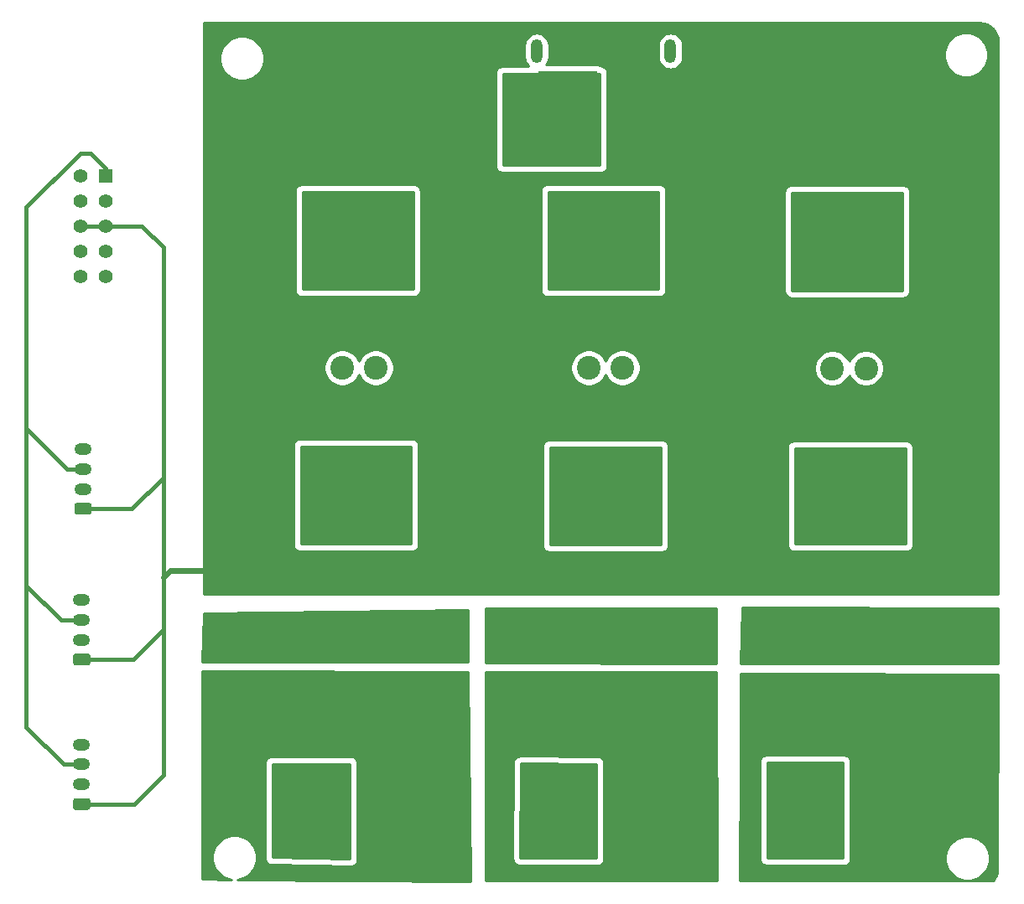
<source format=gbr>
G04 #@! TF.GenerationSoftware,KiCad,Pcbnew,(5.1.10)-1*
G04 #@! TF.CreationDate,2022-04-16T12:49:33+05:30*
G04 #@! TF.ProjectId,New PCB Stack,4e657720-5043-4422-9053-7461636b2e6b,rev?*
G04 #@! TF.SameCoordinates,Original*
G04 #@! TF.FileFunction,Copper,L2,Bot*
G04 #@! TF.FilePolarity,Positive*
%FSLAX46Y46*%
G04 Gerber Fmt 4.6, Leading zero omitted, Abs format (unit mm)*
G04 Created by KiCad (PCBNEW (5.1.10)-1) date 2022-04-16 12:49:33*
%MOMM*%
%LPD*%
G01*
G04 APERTURE LIST*
G04 #@! TA.AperFunction,ComponentPad*
%ADD10O,1.200000X2.400000*%
G04 #@! TD*
G04 #@! TA.AperFunction,ComponentPad*
%ADD11R,6.000000X8.000000*%
G04 #@! TD*
G04 #@! TA.AperFunction,ComponentPad*
%ADD12R,3.500000X7.000000*%
G04 #@! TD*
G04 #@! TA.AperFunction,ComponentPad*
%ADD13R,7.000000X3.500000*%
G04 #@! TD*
G04 #@! TA.AperFunction,ComponentPad*
%ADD14C,1.398000*%
G04 #@! TD*
G04 #@! TA.AperFunction,ComponentPad*
%ADD15R,1.398000X1.398000*%
G04 #@! TD*
G04 #@! TA.AperFunction,ComponentPad*
%ADD16O,1.750000X1.200000*%
G04 #@! TD*
G04 #@! TA.AperFunction,ComponentPad*
%ADD17C,2.400000*%
G04 #@! TD*
G04 #@! TA.AperFunction,ViaPad*
%ADD18C,0.800000*%
G04 #@! TD*
G04 #@! TA.AperFunction,Conductor*
%ADD19C,0.400000*%
G04 #@! TD*
G04 #@! TA.AperFunction,Conductor*
%ADD20C,0.600000*%
G04 #@! TD*
G04 #@! TA.AperFunction,Conductor*
%ADD21C,0.254000*%
G04 #@! TD*
G04 #@! TA.AperFunction,Conductor*
%ADD22C,0.100000*%
G04 #@! TD*
G04 APERTURE END LIST*
D10*
G04 #@! TO.P,J5,S2*
G04 #@! TO.N,N/C*
X143250000Y-40500000D03*
G04 #@! TO.P,J5,S1*
X129750000Y-40500000D03*
D11*
G04 #@! TO.P,J5,2*
G04 #@! TO.N,GND*
X140100000Y-46500000D03*
G04 #@! TO.P,J5,1*
G04 #@! TO.N,+24V*
X132900000Y-46500000D03*
G04 #@! TD*
D12*
G04 #@! TO.P,J12,2*
G04 #@! TO.N,Net-(J12-Pad2)*
X159000000Y-117000000D03*
G04 #@! TO.P,J12,1*
G04 #@! TO.N,Net-(J12-Pad1)*
X164000000Y-117000000D03*
G04 #@! TD*
G04 #@! TO.P,J9,2*
G04 #@! TO.N,Net-(J10-Pad1)*
X134000000Y-117000000D03*
G04 #@! TO.P,J9,1*
G04 #@! TO.N,Net-(J10-Pad2)*
X139000000Y-117000000D03*
G04 #@! TD*
G04 #@! TO.P,J7,2*
G04 #@! TO.N,Net-(J6-Pad1)*
X109000000Y-117000000D03*
G04 #@! TO.P,J7,1*
G04 #@! TO.N,Net-(J6-Pad2)*
X114000000Y-117000000D03*
G04 #@! TD*
D13*
G04 #@! TO.P,J13,2*
G04 #@! TO.N,Net-(J12-Pad1)*
X161500000Y-105000000D03*
G04 #@! TO.P,J13,1*
G04 #@! TO.N,Net-(J12-Pad2)*
X161500000Y-100000000D03*
G04 #@! TD*
G04 #@! TO.P,J8,2*
G04 #@! TO.N,GND*
X161500000Y-93000000D03*
G04 #@! TO.P,J8,1*
G04 #@! TO.N,+24V*
X161500000Y-88000000D03*
G04 #@! TD*
G04 #@! TO.P,J10,2*
G04 #@! TO.N,Net-(J10-Pad2)*
X136500000Y-105000000D03*
G04 #@! TO.P,J10,1*
G04 #@! TO.N,Net-(J10-Pad1)*
X136500000Y-100000000D03*
G04 #@! TD*
G04 #@! TO.P,J11,2*
G04 #@! TO.N,GND*
X136600000Y-93000000D03*
G04 #@! TO.P,J11,1*
G04 #@! TO.N,+24V*
X136600000Y-88000000D03*
G04 #@! TD*
G04 #@! TO.P,J6,2*
G04 #@! TO.N,Net-(J6-Pad2)*
X111500000Y-105000000D03*
G04 #@! TO.P,J6,1*
G04 #@! TO.N,Net-(J6-Pad1)*
X111500000Y-100000000D03*
G04 #@! TD*
G04 #@! TO.P,J4,2*
G04 #@! TO.N,GND*
X111500000Y-93000000D03*
G04 #@! TO.P,J4,1*
G04 #@! TO.N,+24V*
X111500000Y-88000000D03*
G04 #@! TD*
D14*
G04 #@! TO.P,J18,10*
G04 #@! TO.N,Net-(J18-Pad10)*
X83693000Y-63246000D03*
G04 #@! TO.P,J18,9*
G04 #@! TO.N,Net-(J18-Pad9)*
X83693000Y-60706000D03*
G04 #@! TO.P,J18,8*
G04 #@! TO.N,GND*
X83693000Y-58166000D03*
G04 #@! TO.P,J18,7*
G04 #@! TO.N,Net-(J18-Pad7)*
X83693000Y-55626000D03*
G04 #@! TO.P,J18,6*
G04 #@! TO.N,DIR*
X83693000Y-53086000D03*
G04 #@! TO.P,J18,5*
G04 #@! TO.N,Net-(J18-Pad5)*
X86233000Y-63246000D03*
G04 #@! TO.P,J18,4*
G04 #@! TO.N,Net-(J18-Pad4)*
X86233000Y-60706000D03*
G04 #@! TO.P,J18,3*
G04 #@! TO.N,GND*
X86233000Y-58166000D03*
G04 #@! TO.P,J18,2*
G04 #@! TO.N,Net-(J18-Pad2)*
X86233000Y-55626000D03*
D15*
G04 #@! TO.P,J18,1*
G04 #@! TO.N,PWM*
X86233000Y-53086000D03*
G04 #@! TD*
D16*
G04 #@! TO.P,J17,4*
G04 #@! TO.N,DIR*
X83820000Y-95981000D03*
G04 #@! TO.P,J17,3*
G04 #@! TO.N,PWM*
X83820000Y-97981000D03*
G04 #@! TO.P,J17,2*
G04 #@! TO.N,Net-(J17-Pad2)*
X83820000Y-99981000D03*
G04 #@! TO.P,J17,1*
G04 #@! TO.N,GND*
G04 #@! TA.AperFunction,ComponentPad*
G36*
G01*
X84445001Y-102581000D02*
X83194999Y-102581000D01*
G75*
G02*
X82945000Y-102331001I0J249999D01*
G01*
X82945000Y-101630999D01*
G75*
G02*
X83194999Y-101381000I249999J0D01*
G01*
X84445001Y-101381000D01*
G75*
G02*
X84695000Y-101630999I0J-249999D01*
G01*
X84695000Y-102331001D01*
G75*
G02*
X84445001Y-102581000I-249999J0D01*
G01*
G37*
G04 #@! TD.AperFunction*
G04 #@! TD*
G04 #@! TO.P,J16,4*
G04 #@! TO.N,DIR*
X83820000Y-110586000D03*
G04 #@! TO.P,J16,3*
G04 #@! TO.N,PWM*
X83820000Y-112586000D03*
G04 #@! TO.P,J16,2*
G04 #@! TO.N,Net-(J16-Pad2)*
X83820000Y-114586000D03*
G04 #@! TO.P,J16,1*
G04 #@! TO.N,GND*
G04 #@! TA.AperFunction,ComponentPad*
G36*
G01*
X84445001Y-117186000D02*
X83194999Y-117186000D01*
G75*
G02*
X82945000Y-116936001I0J249999D01*
G01*
X82945000Y-116235999D01*
G75*
G02*
X83194999Y-115986000I249999J0D01*
G01*
X84445001Y-115986000D01*
G75*
G02*
X84695000Y-116235999I0J-249999D01*
G01*
X84695000Y-116936001D01*
G75*
G02*
X84445001Y-117186000I-249999J0D01*
G01*
G37*
G04 #@! TD.AperFunction*
G04 #@! TD*
G04 #@! TO.P,J15,4*
G04 #@! TO.N,DIR*
X83947000Y-80741000D03*
G04 #@! TO.P,J15,3*
G04 #@! TO.N,PWM*
X83947000Y-82741000D03*
G04 #@! TO.P,J15,2*
G04 #@! TO.N,Net-(J15-Pad2)*
X83947000Y-84741000D03*
G04 #@! TO.P,J15,1*
G04 #@! TO.N,GND*
G04 #@! TA.AperFunction,ComponentPad*
G36*
G01*
X84572001Y-87341000D02*
X83321999Y-87341000D01*
G75*
G02*
X83072000Y-87091001I0J249999D01*
G01*
X83072000Y-86390999D01*
G75*
G02*
X83321999Y-86141000I249999J0D01*
G01*
X84572001Y-86141000D01*
G75*
G02*
X84822000Y-86390999I0J-249999D01*
G01*
X84822000Y-87091001D01*
G75*
G02*
X84572001Y-87341000I-249999J0D01*
G01*
G37*
G04 #@! TD.AperFunction*
G04 #@! TD*
D17*
G04 #@! TO.P,J3,4*
G04 #@! TO.N,+24V*
X159600000Y-59080000D03*
G04 #@! TO.P,J3,3*
X163000000Y-59080000D03*
G04 #@! TO.P,J3,2*
X163000000Y-72550000D03*
G04 #@! TO.P,J3,1*
X159600000Y-72550000D03*
G04 #@! TD*
G04 #@! TO.P,J2,4*
G04 #@! TO.N,+24V*
X135000000Y-59030000D03*
G04 #@! TO.P,J2,3*
X138400000Y-59030000D03*
G04 #@! TO.P,J2,2*
X138400000Y-72500000D03*
G04 #@! TO.P,J2,1*
X135000000Y-72500000D03*
G04 #@! TD*
G04 #@! TO.P,J1,4*
G04 #@! TO.N,+24V*
X110100000Y-59030000D03*
G04 #@! TO.P,J1,3*
X113500000Y-59030000D03*
G04 #@! TO.P,J1,2*
X113500000Y-72500000D03*
G04 #@! TO.P,J1,1*
X110100000Y-72500000D03*
G04 #@! TD*
D18*
G04 #@! TO.N,+24V*
X112800000Y-81950000D03*
X115300000Y-81950000D03*
X112800000Y-83950000D03*
X135250000Y-84000000D03*
X132750000Y-84000000D03*
X129159000Y-45593000D03*
X127000000Y-48500000D03*
X135100000Y-51400000D03*
X127508000Y-50292000D03*
X127230000Y-45380000D03*
X131699000Y-51400000D03*
X130100000Y-51400000D03*
X127280000Y-51420000D03*
X128905000Y-43307000D03*
X128143000Y-44450000D03*
X127170000Y-43440000D03*
X129000000Y-50250000D03*
X129000000Y-48500000D03*
X128000000Y-47000000D03*
X133604000Y-51435000D03*
X166200000Y-64200000D03*
X156300000Y-64250000D03*
X158400000Y-63400000D03*
X166150000Y-55200000D03*
X156350000Y-57000000D03*
X156400000Y-55300000D03*
X156350000Y-60600000D03*
X156350000Y-58600000D03*
X156350000Y-62600000D03*
X162850000Y-62700000D03*
X160300000Y-64250000D03*
X166150000Y-56700000D03*
X166150000Y-62300000D03*
X162650000Y-55300000D03*
X160150000Y-56900000D03*
X162800000Y-64300000D03*
X166150000Y-60300000D03*
X162700000Y-56900000D03*
X160350000Y-62700000D03*
X164500000Y-63400000D03*
X160150000Y-55300000D03*
X166150000Y-58300000D03*
X141600000Y-64100000D03*
X131700000Y-64150000D03*
X133800000Y-63300000D03*
X141550000Y-55100000D03*
X131750000Y-56900000D03*
X131800000Y-55200000D03*
X131750000Y-60500000D03*
X131750000Y-58500000D03*
X131750000Y-62500000D03*
X138250000Y-62600000D03*
X135700000Y-64150000D03*
X141550000Y-56600000D03*
X141550000Y-62200000D03*
X138050000Y-55200000D03*
X135550000Y-56800000D03*
X138200000Y-64200000D03*
X141550000Y-60200000D03*
X138100000Y-56800000D03*
X135750000Y-62600000D03*
X140000000Y-63400000D03*
X135550000Y-55200000D03*
X141550000Y-58200000D03*
X113400000Y-64200000D03*
X116750000Y-58200000D03*
X116750000Y-62200000D03*
X106950000Y-60500000D03*
X116800000Y-64100000D03*
X106950000Y-58500000D03*
X106950000Y-62500000D03*
X116750000Y-60200000D03*
X115100000Y-63200000D03*
X110900000Y-64150000D03*
X106900000Y-64150000D03*
X113450000Y-62600000D03*
X109000000Y-63300000D03*
X113250000Y-55200000D03*
X116750000Y-56600000D03*
X110750000Y-56800000D03*
X116750000Y-55100000D03*
X113300000Y-56800000D03*
X110950000Y-62600000D03*
X110750000Y-55200000D03*
X106950000Y-56900000D03*
X107000000Y-55200000D03*
X156845000Y-88392000D03*
X165862000Y-88519000D03*
X162750000Y-81900000D03*
X165250000Y-83900000D03*
X160250000Y-83900000D03*
X165250000Y-81900000D03*
X165989000Y-85471000D03*
X162750000Y-83900000D03*
X156972000Y-85471000D03*
X160250000Y-81900000D03*
X157750000Y-83900000D03*
X157750000Y-81900000D03*
X132334000Y-85979000D03*
X137750000Y-84000000D03*
X140250000Y-84000000D03*
X141097000Y-86000000D03*
X135250000Y-82000000D03*
X140250000Y-82000000D03*
X132080000Y-88900000D03*
X141478000Y-84963000D03*
X137750000Y-82000000D03*
X132750000Y-82000000D03*
X107800000Y-81950000D03*
X110300000Y-81950000D03*
X115300000Y-83950000D03*
X110300000Y-83950000D03*
X107800000Y-83950000D03*
X115951000Y-85852000D03*
X115951000Y-88646000D03*
X107188000Y-88138000D03*
X107188000Y-85725000D03*
G04 #@! TO.N,Net-(J6-Pad1)*
X104902000Y-113030000D03*
X104902000Y-114935000D03*
X103870000Y-115990000D03*
X105870000Y-115990000D03*
X105840000Y-113870000D03*
X103840000Y-113870000D03*
X103900000Y-119890000D03*
X104775000Y-121539000D03*
X106680000Y-121412000D03*
X105900000Y-119890000D03*
X105910000Y-118100000D03*
X103910000Y-118100000D03*
X115697000Y-97536000D03*
X122100000Y-97650000D03*
X119600000Y-101650000D03*
X119600000Y-99650000D03*
X117100000Y-97650000D03*
X117602000Y-101600000D03*
X115824000Y-99695000D03*
X117602000Y-99822000D03*
X122100000Y-99650000D03*
X122100000Y-101650000D03*
X115951000Y-101727000D03*
X119600000Y-97650000D03*
X107400000Y-97950000D03*
X104900000Y-101950000D03*
X104900000Y-99950000D03*
X102400000Y-97950000D03*
X102400000Y-101950000D03*
X99900000Y-99950000D03*
X102400000Y-99950000D03*
X106299000Y-101092000D03*
X107315000Y-101950000D03*
X99900000Y-101950000D03*
X99900000Y-97950000D03*
X104900000Y-97950000D03*
G04 #@! TO.N,Net-(J10-Pad1)*
X132600000Y-101550000D03*
X131010000Y-118080000D03*
X130970000Y-115970000D03*
X129032000Y-121285000D03*
X128940000Y-113850000D03*
X132842000Y-112903000D03*
X135020000Y-112903000D03*
X131064000Y-121285000D03*
X129000000Y-119870000D03*
X129010000Y-118080000D03*
X131000000Y-119870000D03*
X128970000Y-115970000D03*
X130940000Y-113850000D03*
X139800000Y-101250000D03*
X147300000Y-97250000D03*
X139800000Y-99250000D03*
X147300000Y-99250000D03*
X142300000Y-101250000D03*
X144800000Y-101250000D03*
X142300000Y-97250000D03*
X139800000Y-97250000D03*
X144800000Y-99250000D03*
X142300000Y-99250000D03*
X147300000Y-101250000D03*
X144800000Y-97250000D03*
X127600000Y-97550000D03*
X127600000Y-99550000D03*
X132600000Y-99550000D03*
X130100000Y-97550000D03*
X125100000Y-99550000D03*
X127600000Y-101550000D03*
X130100000Y-99550000D03*
X125100000Y-97550000D03*
X125100000Y-101550000D03*
X130100000Y-101550000D03*
X132600000Y-97550000D03*
G04 #@! TO.N,Net-(J12-Pad2)*
X155880000Y-118270000D03*
X155840000Y-116160000D03*
X159950000Y-121412000D03*
X153810000Y-114040000D03*
X157861000Y-112776000D03*
X159890000Y-112776000D03*
X157950000Y-121412000D03*
X153870000Y-120060000D03*
X153880000Y-118270000D03*
X155870000Y-120060000D03*
X153840000Y-116160000D03*
X155810000Y-114040000D03*
X165500000Y-101150000D03*
X173000000Y-97150000D03*
X165500000Y-99150000D03*
X173000000Y-99150000D03*
X168000000Y-101150000D03*
X170500000Y-101150000D03*
X168000000Y-97150000D03*
X165500000Y-97150000D03*
X170500000Y-99150000D03*
X168000000Y-99150000D03*
X173000000Y-101150000D03*
X170500000Y-97150000D03*
X153300000Y-97450000D03*
X153300000Y-99450000D03*
X158300000Y-99450000D03*
X158300000Y-101450000D03*
X155800000Y-97450000D03*
X150800000Y-99450000D03*
X153300000Y-101450000D03*
X155800000Y-99450000D03*
X150800000Y-97450000D03*
X150800000Y-101450000D03*
X155800000Y-101450000D03*
X158300000Y-97450000D03*
G04 #@! TD*
D19*
G04 #@! TO.N,GND*
X86233000Y-58166000D02*
X83693000Y-58166000D01*
X86233000Y-58166000D02*
X89916000Y-58166000D01*
X89916000Y-58166000D02*
X92075000Y-60325000D01*
X88900000Y-86741000D02*
X83947000Y-86741000D01*
X92075000Y-83566000D02*
X88900000Y-86741000D01*
X83820000Y-101981000D02*
X89027000Y-101981000D01*
X89027000Y-101981000D02*
X92075000Y-98933000D01*
X83820000Y-116586000D02*
X89154000Y-116586000D01*
X92075000Y-113665000D02*
X92075000Y-97663000D01*
X89154000Y-116586000D02*
X92075000Y-113665000D01*
X92075000Y-98933000D02*
X92075000Y-97663000D01*
X92075000Y-92964000D02*
X92075000Y-83566000D01*
X92075000Y-60325000D02*
X92075000Y-60833000D01*
X92075000Y-60833000D02*
X92075000Y-83566000D01*
X92075000Y-93675000D02*
X92075000Y-92964000D01*
X92075000Y-97663000D02*
X92075000Y-93675000D01*
D20*
X92750000Y-93000000D02*
X92075000Y-93675000D01*
X111500000Y-93000000D02*
X92750000Y-93000000D01*
D19*
G04 #@! TO.N,PWM*
X86233000Y-53086000D02*
X86233000Y-52324000D01*
X86233000Y-52324000D02*
X84709000Y-50800000D01*
X84709000Y-50800000D02*
X83693000Y-50800000D01*
X83693000Y-50800000D02*
X78232000Y-56261000D01*
X82360000Y-82741000D02*
X83947000Y-82741000D01*
X78232000Y-78613000D02*
X82360000Y-82741000D01*
X78232000Y-56261000D02*
X78232000Y-78613000D01*
X78232000Y-78613000D02*
X78232000Y-94488000D01*
X81725000Y-97981000D02*
X83820000Y-97981000D01*
X78232000Y-94488000D02*
X81725000Y-97981000D01*
X78232000Y-94488000D02*
X78232000Y-108839000D01*
X81979000Y-112586000D02*
X83820000Y-112586000D01*
X78232000Y-108839000D02*
X81979000Y-112586000D01*
G04 #@! TD*
D21*
G04 #@! TO.N,GND*
X174465844Y-37659987D02*
X174855333Y-37697862D01*
X175198603Y-37801202D01*
X175515264Y-37969248D01*
X175793253Y-38195601D01*
X176021984Y-38471638D01*
X176192741Y-38786845D01*
X176299022Y-39129212D01*
X176340000Y-39516118D01*
X176340001Y-95373000D01*
X96127000Y-95373000D01*
X96127000Y-80300000D01*
X105165000Y-80300000D01*
X105165000Y-90400000D01*
X105177201Y-90523882D01*
X105213336Y-90643004D01*
X105272017Y-90752787D01*
X105350987Y-90849013D01*
X105447213Y-90927983D01*
X105556996Y-90986664D01*
X105676118Y-91022799D01*
X105800000Y-91035000D01*
X117200000Y-91035000D01*
X117323882Y-91022799D01*
X117443004Y-90986664D01*
X117552787Y-90927983D01*
X117649013Y-90849013D01*
X117727983Y-90752787D01*
X117786664Y-90643004D01*
X117822799Y-90523882D01*
X117835000Y-90400000D01*
X117835000Y-80400000D01*
X130365000Y-80400000D01*
X130365000Y-90500000D01*
X130377201Y-90623882D01*
X130413336Y-90743004D01*
X130472017Y-90852787D01*
X130550987Y-90949013D01*
X130647213Y-91027983D01*
X130756996Y-91086664D01*
X130876118Y-91122799D01*
X131000000Y-91135000D01*
X142400000Y-91135000D01*
X142523882Y-91122799D01*
X142643004Y-91086664D01*
X142752787Y-91027983D01*
X142849013Y-90949013D01*
X142927983Y-90852787D01*
X142986664Y-90743004D01*
X143022799Y-90623882D01*
X143035000Y-90500000D01*
X143035000Y-80501088D01*
X155065001Y-80501088D01*
X155082001Y-90425088D01*
X155094201Y-90547882D01*
X155130336Y-90667004D01*
X155189017Y-90776787D01*
X155267987Y-90873013D01*
X155364213Y-90951983D01*
X155473996Y-91010664D01*
X155593118Y-91046799D01*
X155717000Y-91059000D01*
X167117000Y-91059000D01*
X167241949Y-91046586D01*
X167361009Y-91010246D01*
X167470691Y-90951378D01*
X167566781Y-90872243D01*
X167645587Y-90775882D01*
X167704079Y-90665999D01*
X167740010Y-90546815D01*
X167751999Y-90422912D01*
X167734999Y-80498912D01*
X167722799Y-80376118D01*
X167686664Y-80256996D01*
X167627983Y-80147213D01*
X167549013Y-80050987D01*
X167452787Y-79972017D01*
X167343004Y-79913336D01*
X167223882Y-79877201D01*
X167100000Y-79865000D01*
X155700000Y-79865000D01*
X155575051Y-79877414D01*
X155455991Y-79913754D01*
X155346309Y-79972622D01*
X155250219Y-80051757D01*
X155171413Y-80148118D01*
X155112921Y-80258001D01*
X155076990Y-80377185D01*
X155065001Y-80501088D01*
X143035000Y-80501088D01*
X143035000Y-80400000D01*
X143022799Y-80276118D01*
X142986664Y-80156996D01*
X142927983Y-80047213D01*
X142849013Y-79950987D01*
X142752787Y-79872017D01*
X142643004Y-79813336D01*
X142523882Y-79777201D01*
X142400000Y-79765000D01*
X131000000Y-79765000D01*
X130876118Y-79777201D01*
X130756996Y-79813336D01*
X130647213Y-79872017D01*
X130550987Y-79950987D01*
X130472017Y-80047213D01*
X130413336Y-80156996D01*
X130377201Y-80276118D01*
X130365000Y-80400000D01*
X117835000Y-80400000D01*
X117835000Y-80300000D01*
X117822799Y-80176118D01*
X117786664Y-80056996D01*
X117727983Y-79947213D01*
X117649013Y-79850987D01*
X117552787Y-79772017D01*
X117443004Y-79713336D01*
X117323882Y-79677201D01*
X117200000Y-79665000D01*
X105800000Y-79665000D01*
X105676118Y-79677201D01*
X105556996Y-79713336D01*
X105447213Y-79772017D01*
X105350987Y-79850987D01*
X105272017Y-79947213D01*
X105213336Y-80056996D01*
X105177201Y-80176118D01*
X105165000Y-80300000D01*
X96127000Y-80300000D01*
X96127000Y-72319268D01*
X108265000Y-72319268D01*
X108265000Y-72680732D01*
X108335518Y-73035250D01*
X108473844Y-73369199D01*
X108674662Y-73669744D01*
X108930256Y-73925338D01*
X109230801Y-74126156D01*
X109564750Y-74264482D01*
X109919268Y-74335000D01*
X110280732Y-74335000D01*
X110635250Y-74264482D01*
X110969199Y-74126156D01*
X111269744Y-73925338D01*
X111525338Y-73669744D01*
X111726156Y-73369199D01*
X111800000Y-73190924D01*
X111873844Y-73369199D01*
X112074662Y-73669744D01*
X112330256Y-73925338D01*
X112630801Y-74126156D01*
X112964750Y-74264482D01*
X113319268Y-74335000D01*
X113680732Y-74335000D01*
X114035250Y-74264482D01*
X114369199Y-74126156D01*
X114669744Y-73925338D01*
X114925338Y-73669744D01*
X115126156Y-73369199D01*
X115264482Y-73035250D01*
X115335000Y-72680732D01*
X115335000Y-72319268D01*
X133165000Y-72319268D01*
X133165000Y-72680732D01*
X133235518Y-73035250D01*
X133373844Y-73369199D01*
X133574662Y-73669744D01*
X133830256Y-73925338D01*
X134130801Y-74126156D01*
X134464750Y-74264482D01*
X134819268Y-74335000D01*
X135180732Y-74335000D01*
X135535250Y-74264482D01*
X135869199Y-74126156D01*
X136169744Y-73925338D01*
X136425338Y-73669744D01*
X136626156Y-73369199D01*
X136700000Y-73190924D01*
X136773844Y-73369199D01*
X136974662Y-73669744D01*
X137230256Y-73925338D01*
X137530801Y-74126156D01*
X137864750Y-74264482D01*
X138219268Y-74335000D01*
X138580732Y-74335000D01*
X138935250Y-74264482D01*
X139269199Y-74126156D01*
X139569744Y-73925338D01*
X139825338Y-73669744D01*
X140026156Y-73369199D01*
X140164482Y-73035250D01*
X140235000Y-72680732D01*
X140235000Y-72369268D01*
X157765000Y-72369268D01*
X157765000Y-72730732D01*
X157835518Y-73085250D01*
X157973844Y-73419199D01*
X158174662Y-73719744D01*
X158430256Y-73975338D01*
X158730801Y-74176156D01*
X159064750Y-74314482D01*
X159419268Y-74385000D01*
X159780732Y-74385000D01*
X160135250Y-74314482D01*
X160469199Y-74176156D01*
X160769744Y-73975338D01*
X161025338Y-73719744D01*
X161226156Y-73419199D01*
X161300000Y-73240924D01*
X161373844Y-73419199D01*
X161574662Y-73719744D01*
X161830256Y-73975338D01*
X162130801Y-74176156D01*
X162464750Y-74314482D01*
X162819268Y-74385000D01*
X163180732Y-74385000D01*
X163535250Y-74314482D01*
X163869199Y-74176156D01*
X164169744Y-73975338D01*
X164425338Y-73719744D01*
X164626156Y-73419199D01*
X164764482Y-73085250D01*
X164835000Y-72730732D01*
X164835000Y-72369268D01*
X164764482Y-72014750D01*
X164626156Y-71680801D01*
X164425338Y-71380256D01*
X164169744Y-71124662D01*
X163869199Y-70923844D01*
X163535250Y-70785518D01*
X163180732Y-70715000D01*
X162819268Y-70715000D01*
X162464750Y-70785518D01*
X162130801Y-70923844D01*
X161830256Y-71124662D01*
X161574662Y-71380256D01*
X161373844Y-71680801D01*
X161300000Y-71859076D01*
X161226156Y-71680801D01*
X161025338Y-71380256D01*
X160769744Y-71124662D01*
X160469199Y-70923844D01*
X160135250Y-70785518D01*
X159780732Y-70715000D01*
X159419268Y-70715000D01*
X159064750Y-70785518D01*
X158730801Y-70923844D01*
X158430256Y-71124662D01*
X158174662Y-71380256D01*
X157973844Y-71680801D01*
X157835518Y-72014750D01*
X157765000Y-72369268D01*
X140235000Y-72369268D01*
X140235000Y-72319268D01*
X140164482Y-71964750D01*
X140026156Y-71630801D01*
X139825338Y-71330256D01*
X139569744Y-71074662D01*
X139269199Y-70873844D01*
X138935250Y-70735518D01*
X138580732Y-70665000D01*
X138219268Y-70665000D01*
X137864750Y-70735518D01*
X137530801Y-70873844D01*
X137230256Y-71074662D01*
X136974662Y-71330256D01*
X136773844Y-71630801D01*
X136700000Y-71809076D01*
X136626156Y-71630801D01*
X136425338Y-71330256D01*
X136169744Y-71074662D01*
X135869199Y-70873844D01*
X135535250Y-70735518D01*
X135180732Y-70665000D01*
X134819268Y-70665000D01*
X134464750Y-70735518D01*
X134130801Y-70873844D01*
X133830256Y-71074662D01*
X133574662Y-71330256D01*
X133373844Y-71630801D01*
X133235518Y-71964750D01*
X133165000Y-72319268D01*
X115335000Y-72319268D01*
X115264482Y-71964750D01*
X115126156Y-71630801D01*
X114925338Y-71330256D01*
X114669744Y-71074662D01*
X114369199Y-70873844D01*
X114035250Y-70735518D01*
X113680732Y-70665000D01*
X113319268Y-70665000D01*
X112964750Y-70735518D01*
X112630801Y-70873844D01*
X112330256Y-71074662D01*
X112074662Y-71330256D01*
X111873844Y-71630801D01*
X111800000Y-71809076D01*
X111726156Y-71630801D01*
X111525338Y-71330256D01*
X111269744Y-71074662D01*
X110969199Y-70873844D01*
X110635250Y-70735518D01*
X110280732Y-70665000D01*
X109919268Y-70665000D01*
X109564750Y-70735518D01*
X109230801Y-70873844D01*
X108930256Y-71074662D01*
X108674662Y-71330256D01*
X108473844Y-71630801D01*
X108335518Y-71964750D01*
X108265000Y-72319268D01*
X96127000Y-72319268D01*
X96127000Y-54600000D01*
X105365000Y-54600000D01*
X105365000Y-64700000D01*
X105377201Y-64823882D01*
X105413336Y-64943004D01*
X105472017Y-65052787D01*
X105550987Y-65149013D01*
X105647213Y-65227983D01*
X105756996Y-65286664D01*
X105876118Y-65322799D01*
X106000000Y-65335000D01*
X117400000Y-65335000D01*
X117523882Y-65322799D01*
X117643004Y-65286664D01*
X117752787Y-65227983D01*
X117849013Y-65149013D01*
X117927983Y-65052787D01*
X117986664Y-64943004D01*
X118022799Y-64823882D01*
X118035000Y-64700000D01*
X118035000Y-54600000D01*
X130165000Y-54600000D01*
X130165000Y-64700000D01*
X130177201Y-64823882D01*
X130213336Y-64943004D01*
X130272017Y-65052787D01*
X130350987Y-65149013D01*
X130447213Y-65227983D01*
X130556996Y-65286664D01*
X130676118Y-65322799D01*
X130800000Y-65335000D01*
X142200000Y-65335000D01*
X142323882Y-65322799D01*
X142443004Y-65286664D01*
X142552787Y-65227983D01*
X142649013Y-65149013D01*
X142727983Y-65052787D01*
X142786664Y-64943004D01*
X142822799Y-64823882D01*
X142835000Y-64700000D01*
X142835000Y-54700000D01*
X154765000Y-54700000D01*
X154765000Y-64800000D01*
X154777201Y-64923882D01*
X154813336Y-65043004D01*
X154872017Y-65152787D01*
X154950987Y-65249013D01*
X155047213Y-65327983D01*
X155156996Y-65386664D01*
X155276118Y-65422799D01*
X155400000Y-65435000D01*
X166800000Y-65435000D01*
X166923882Y-65422799D01*
X167043004Y-65386664D01*
X167152787Y-65327983D01*
X167249013Y-65249013D01*
X167327983Y-65152787D01*
X167386664Y-65043004D01*
X167422799Y-64923882D01*
X167435000Y-64800000D01*
X167435000Y-54700000D01*
X167422799Y-54576118D01*
X167386664Y-54456996D01*
X167327983Y-54347213D01*
X167249013Y-54250987D01*
X167152787Y-54172017D01*
X167043004Y-54113336D01*
X166923882Y-54077201D01*
X166800000Y-54065000D01*
X155400000Y-54065000D01*
X155276118Y-54077201D01*
X155156996Y-54113336D01*
X155047213Y-54172017D01*
X154950987Y-54250987D01*
X154872017Y-54347213D01*
X154813336Y-54456996D01*
X154777201Y-54576118D01*
X154765000Y-54700000D01*
X142835000Y-54700000D01*
X142835000Y-54600000D01*
X142822799Y-54476118D01*
X142786664Y-54356996D01*
X142727983Y-54247213D01*
X142649013Y-54150987D01*
X142552787Y-54072017D01*
X142443004Y-54013336D01*
X142323882Y-53977201D01*
X142200000Y-53965000D01*
X130800000Y-53965000D01*
X130676118Y-53977201D01*
X130556996Y-54013336D01*
X130447213Y-54072017D01*
X130350987Y-54150987D01*
X130272017Y-54247213D01*
X130213336Y-54356996D01*
X130177201Y-54476118D01*
X130165000Y-54600000D01*
X118035000Y-54600000D01*
X118022799Y-54476118D01*
X117986664Y-54356996D01*
X117927983Y-54247213D01*
X117849013Y-54150987D01*
X117752787Y-54072017D01*
X117643004Y-54013336D01*
X117523882Y-53977201D01*
X117400000Y-53965000D01*
X106000000Y-53965000D01*
X105876118Y-53977201D01*
X105756996Y-54013336D01*
X105647213Y-54072017D01*
X105550987Y-54150987D01*
X105472017Y-54247213D01*
X105413336Y-54356996D01*
X105377201Y-54476118D01*
X105365000Y-54600000D01*
X96127000Y-54600000D01*
X96127000Y-41029872D01*
X97765000Y-41029872D01*
X97765000Y-41470128D01*
X97850890Y-41901925D01*
X98019369Y-42308669D01*
X98263962Y-42674729D01*
X98575271Y-42986038D01*
X98941331Y-43230631D01*
X99348075Y-43399110D01*
X99779872Y-43485000D01*
X100220128Y-43485000D01*
X100651925Y-43399110D01*
X101058669Y-43230631D01*
X101424729Y-42986038D01*
X101736038Y-42674729D01*
X101745879Y-42660000D01*
X125605000Y-42660000D01*
X125605000Y-52130000D01*
X125617201Y-52253882D01*
X125653336Y-52373004D01*
X125712017Y-52482787D01*
X125790987Y-52579013D01*
X125887213Y-52657983D01*
X125996996Y-52716664D01*
X126116118Y-52752799D01*
X126240000Y-52765000D01*
X136260000Y-52765000D01*
X136383882Y-52752799D01*
X136503004Y-52716664D01*
X136612787Y-52657983D01*
X136709013Y-52579013D01*
X136787983Y-52482787D01*
X136846664Y-52373004D01*
X136882799Y-52253882D01*
X136895000Y-52130000D01*
X136895000Y-42660000D01*
X136882799Y-42536118D01*
X136846664Y-42416996D01*
X136787983Y-42307213D01*
X136709013Y-42210987D01*
X136612787Y-42132017D01*
X136503004Y-42073336D01*
X136383882Y-42037201D01*
X136330644Y-42031958D01*
X136254494Y-41969463D01*
X136144180Y-41910498D01*
X136024482Y-41874188D01*
X135900000Y-41861928D01*
X130722351Y-41861928D01*
X130781833Y-41789449D01*
X130896511Y-41574901D01*
X130967130Y-41342102D01*
X130985000Y-41160665D01*
X130985000Y-39839336D01*
X142015000Y-39839336D01*
X142015000Y-41160665D01*
X142032870Y-41342102D01*
X142103489Y-41574901D01*
X142218168Y-41789449D01*
X142372499Y-41977502D01*
X142560552Y-42131833D01*
X142775100Y-42246511D01*
X143007899Y-42317130D01*
X143250000Y-42340975D01*
X143492102Y-42317130D01*
X143724901Y-42246511D01*
X143939449Y-42131833D01*
X144127502Y-41977502D01*
X144281833Y-41789449D01*
X144396511Y-41574901D01*
X144467130Y-41342102D01*
X144485000Y-41160665D01*
X144485000Y-40673872D01*
X170866000Y-40673872D01*
X170866000Y-41114128D01*
X170951890Y-41545925D01*
X171120369Y-41952669D01*
X171364962Y-42318729D01*
X171676271Y-42630038D01*
X172042331Y-42874631D01*
X172449075Y-43043110D01*
X172880872Y-43129000D01*
X173321128Y-43129000D01*
X173752925Y-43043110D01*
X174159669Y-42874631D01*
X174525729Y-42630038D01*
X174837038Y-42318729D01*
X175081631Y-41952669D01*
X175250110Y-41545925D01*
X175336000Y-41114128D01*
X175336000Y-40673872D01*
X175250110Y-40242075D01*
X175081631Y-39835331D01*
X174837038Y-39469271D01*
X174525729Y-39157962D01*
X174159669Y-38913369D01*
X173752925Y-38744890D01*
X173321128Y-38659000D01*
X172880872Y-38659000D01*
X172449075Y-38744890D01*
X172042331Y-38913369D01*
X171676271Y-39157962D01*
X171364962Y-39469271D01*
X171120369Y-39835331D01*
X170951890Y-40242075D01*
X170866000Y-40673872D01*
X144485000Y-40673872D01*
X144485000Y-39839335D01*
X144467130Y-39657898D01*
X144396511Y-39425099D01*
X144281833Y-39210551D01*
X144127502Y-39022498D01*
X143939448Y-38868167D01*
X143724900Y-38753489D01*
X143492101Y-38682870D01*
X143250000Y-38659025D01*
X143007898Y-38682870D01*
X142775099Y-38753489D01*
X142560551Y-38868167D01*
X142372498Y-39022498D01*
X142218167Y-39210552D01*
X142103489Y-39425100D01*
X142032870Y-39657899D01*
X142015000Y-39839336D01*
X130985000Y-39839336D01*
X130985000Y-39839335D01*
X130967130Y-39657898D01*
X130896511Y-39425099D01*
X130781833Y-39210551D01*
X130627502Y-39022498D01*
X130439448Y-38868167D01*
X130224900Y-38753489D01*
X129992101Y-38682870D01*
X129750000Y-38659025D01*
X129507898Y-38682870D01*
X129275099Y-38753489D01*
X129060551Y-38868167D01*
X128872498Y-39022498D01*
X128718167Y-39210552D01*
X128603489Y-39425100D01*
X128532870Y-39657899D01*
X128515000Y-39839336D01*
X128515000Y-41160665D01*
X128532870Y-41342102D01*
X128603489Y-41574901D01*
X128718168Y-41789449D01*
X128872499Y-41977502D01*
X128930376Y-42025000D01*
X126240000Y-42025000D01*
X126116118Y-42037201D01*
X125996996Y-42073336D01*
X125887213Y-42132017D01*
X125790987Y-42210987D01*
X125712017Y-42307213D01*
X125653336Y-42416996D01*
X125617201Y-42536118D01*
X125605000Y-42660000D01*
X101745879Y-42660000D01*
X101980631Y-42308669D01*
X102149110Y-41901925D01*
X102235000Y-41470128D01*
X102235000Y-41029872D01*
X102149110Y-40598075D01*
X101980631Y-40191331D01*
X101736038Y-39825271D01*
X101424729Y-39513962D01*
X101058669Y-39269369D01*
X100651925Y-39100890D01*
X100220128Y-39015000D01*
X99779872Y-39015000D01*
X99348075Y-39100890D01*
X98941331Y-39269369D01*
X98575271Y-39513962D01*
X98263962Y-39825271D01*
X98019369Y-40191331D01*
X97850890Y-40598075D01*
X97765000Y-41029872D01*
X96127000Y-41029872D01*
X96127000Y-37625779D01*
X174465844Y-37659987D01*
G04 #@! TA.AperFunction,Conductor*
D22*
G36*
X174465844Y-37659987D02*
G01*
X174855333Y-37697862D01*
X175198603Y-37801202D01*
X175515264Y-37969248D01*
X175793253Y-38195601D01*
X176021984Y-38471638D01*
X176192741Y-38786845D01*
X176299022Y-39129212D01*
X176340000Y-39516118D01*
X176340001Y-95373000D01*
X96127000Y-95373000D01*
X96127000Y-80300000D01*
X105165000Y-80300000D01*
X105165000Y-90400000D01*
X105177201Y-90523882D01*
X105213336Y-90643004D01*
X105272017Y-90752787D01*
X105350987Y-90849013D01*
X105447213Y-90927983D01*
X105556996Y-90986664D01*
X105676118Y-91022799D01*
X105800000Y-91035000D01*
X117200000Y-91035000D01*
X117323882Y-91022799D01*
X117443004Y-90986664D01*
X117552787Y-90927983D01*
X117649013Y-90849013D01*
X117727983Y-90752787D01*
X117786664Y-90643004D01*
X117822799Y-90523882D01*
X117835000Y-90400000D01*
X117835000Y-80400000D01*
X130365000Y-80400000D01*
X130365000Y-90500000D01*
X130377201Y-90623882D01*
X130413336Y-90743004D01*
X130472017Y-90852787D01*
X130550987Y-90949013D01*
X130647213Y-91027983D01*
X130756996Y-91086664D01*
X130876118Y-91122799D01*
X131000000Y-91135000D01*
X142400000Y-91135000D01*
X142523882Y-91122799D01*
X142643004Y-91086664D01*
X142752787Y-91027983D01*
X142849013Y-90949013D01*
X142927983Y-90852787D01*
X142986664Y-90743004D01*
X143022799Y-90623882D01*
X143035000Y-90500000D01*
X143035000Y-80501088D01*
X155065001Y-80501088D01*
X155082001Y-90425088D01*
X155094201Y-90547882D01*
X155130336Y-90667004D01*
X155189017Y-90776787D01*
X155267987Y-90873013D01*
X155364213Y-90951983D01*
X155473996Y-91010664D01*
X155593118Y-91046799D01*
X155717000Y-91059000D01*
X167117000Y-91059000D01*
X167241949Y-91046586D01*
X167361009Y-91010246D01*
X167470691Y-90951378D01*
X167566781Y-90872243D01*
X167645587Y-90775882D01*
X167704079Y-90665999D01*
X167740010Y-90546815D01*
X167751999Y-90422912D01*
X167734999Y-80498912D01*
X167722799Y-80376118D01*
X167686664Y-80256996D01*
X167627983Y-80147213D01*
X167549013Y-80050987D01*
X167452787Y-79972017D01*
X167343004Y-79913336D01*
X167223882Y-79877201D01*
X167100000Y-79865000D01*
X155700000Y-79865000D01*
X155575051Y-79877414D01*
X155455991Y-79913754D01*
X155346309Y-79972622D01*
X155250219Y-80051757D01*
X155171413Y-80148118D01*
X155112921Y-80258001D01*
X155076990Y-80377185D01*
X155065001Y-80501088D01*
X143035000Y-80501088D01*
X143035000Y-80400000D01*
X143022799Y-80276118D01*
X142986664Y-80156996D01*
X142927983Y-80047213D01*
X142849013Y-79950987D01*
X142752787Y-79872017D01*
X142643004Y-79813336D01*
X142523882Y-79777201D01*
X142400000Y-79765000D01*
X131000000Y-79765000D01*
X130876118Y-79777201D01*
X130756996Y-79813336D01*
X130647213Y-79872017D01*
X130550987Y-79950987D01*
X130472017Y-80047213D01*
X130413336Y-80156996D01*
X130377201Y-80276118D01*
X130365000Y-80400000D01*
X117835000Y-80400000D01*
X117835000Y-80300000D01*
X117822799Y-80176118D01*
X117786664Y-80056996D01*
X117727983Y-79947213D01*
X117649013Y-79850987D01*
X117552787Y-79772017D01*
X117443004Y-79713336D01*
X117323882Y-79677201D01*
X117200000Y-79665000D01*
X105800000Y-79665000D01*
X105676118Y-79677201D01*
X105556996Y-79713336D01*
X105447213Y-79772017D01*
X105350987Y-79850987D01*
X105272017Y-79947213D01*
X105213336Y-80056996D01*
X105177201Y-80176118D01*
X105165000Y-80300000D01*
X96127000Y-80300000D01*
X96127000Y-72319268D01*
X108265000Y-72319268D01*
X108265000Y-72680732D01*
X108335518Y-73035250D01*
X108473844Y-73369199D01*
X108674662Y-73669744D01*
X108930256Y-73925338D01*
X109230801Y-74126156D01*
X109564750Y-74264482D01*
X109919268Y-74335000D01*
X110280732Y-74335000D01*
X110635250Y-74264482D01*
X110969199Y-74126156D01*
X111269744Y-73925338D01*
X111525338Y-73669744D01*
X111726156Y-73369199D01*
X111800000Y-73190924D01*
X111873844Y-73369199D01*
X112074662Y-73669744D01*
X112330256Y-73925338D01*
X112630801Y-74126156D01*
X112964750Y-74264482D01*
X113319268Y-74335000D01*
X113680732Y-74335000D01*
X114035250Y-74264482D01*
X114369199Y-74126156D01*
X114669744Y-73925338D01*
X114925338Y-73669744D01*
X115126156Y-73369199D01*
X115264482Y-73035250D01*
X115335000Y-72680732D01*
X115335000Y-72319268D01*
X133165000Y-72319268D01*
X133165000Y-72680732D01*
X133235518Y-73035250D01*
X133373844Y-73369199D01*
X133574662Y-73669744D01*
X133830256Y-73925338D01*
X134130801Y-74126156D01*
X134464750Y-74264482D01*
X134819268Y-74335000D01*
X135180732Y-74335000D01*
X135535250Y-74264482D01*
X135869199Y-74126156D01*
X136169744Y-73925338D01*
X136425338Y-73669744D01*
X136626156Y-73369199D01*
X136700000Y-73190924D01*
X136773844Y-73369199D01*
X136974662Y-73669744D01*
X137230256Y-73925338D01*
X137530801Y-74126156D01*
X137864750Y-74264482D01*
X138219268Y-74335000D01*
X138580732Y-74335000D01*
X138935250Y-74264482D01*
X139269199Y-74126156D01*
X139569744Y-73925338D01*
X139825338Y-73669744D01*
X140026156Y-73369199D01*
X140164482Y-73035250D01*
X140235000Y-72680732D01*
X140235000Y-72369268D01*
X157765000Y-72369268D01*
X157765000Y-72730732D01*
X157835518Y-73085250D01*
X157973844Y-73419199D01*
X158174662Y-73719744D01*
X158430256Y-73975338D01*
X158730801Y-74176156D01*
X159064750Y-74314482D01*
X159419268Y-74385000D01*
X159780732Y-74385000D01*
X160135250Y-74314482D01*
X160469199Y-74176156D01*
X160769744Y-73975338D01*
X161025338Y-73719744D01*
X161226156Y-73419199D01*
X161300000Y-73240924D01*
X161373844Y-73419199D01*
X161574662Y-73719744D01*
X161830256Y-73975338D01*
X162130801Y-74176156D01*
X162464750Y-74314482D01*
X162819268Y-74385000D01*
X163180732Y-74385000D01*
X163535250Y-74314482D01*
X163869199Y-74176156D01*
X164169744Y-73975338D01*
X164425338Y-73719744D01*
X164626156Y-73419199D01*
X164764482Y-73085250D01*
X164835000Y-72730732D01*
X164835000Y-72369268D01*
X164764482Y-72014750D01*
X164626156Y-71680801D01*
X164425338Y-71380256D01*
X164169744Y-71124662D01*
X163869199Y-70923844D01*
X163535250Y-70785518D01*
X163180732Y-70715000D01*
X162819268Y-70715000D01*
X162464750Y-70785518D01*
X162130801Y-70923844D01*
X161830256Y-71124662D01*
X161574662Y-71380256D01*
X161373844Y-71680801D01*
X161300000Y-71859076D01*
X161226156Y-71680801D01*
X161025338Y-71380256D01*
X160769744Y-71124662D01*
X160469199Y-70923844D01*
X160135250Y-70785518D01*
X159780732Y-70715000D01*
X159419268Y-70715000D01*
X159064750Y-70785518D01*
X158730801Y-70923844D01*
X158430256Y-71124662D01*
X158174662Y-71380256D01*
X157973844Y-71680801D01*
X157835518Y-72014750D01*
X157765000Y-72369268D01*
X140235000Y-72369268D01*
X140235000Y-72319268D01*
X140164482Y-71964750D01*
X140026156Y-71630801D01*
X139825338Y-71330256D01*
X139569744Y-71074662D01*
X139269199Y-70873844D01*
X138935250Y-70735518D01*
X138580732Y-70665000D01*
X138219268Y-70665000D01*
X137864750Y-70735518D01*
X137530801Y-70873844D01*
X137230256Y-71074662D01*
X136974662Y-71330256D01*
X136773844Y-71630801D01*
X136700000Y-71809076D01*
X136626156Y-71630801D01*
X136425338Y-71330256D01*
X136169744Y-71074662D01*
X135869199Y-70873844D01*
X135535250Y-70735518D01*
X135180732Y-70665000D01*
X134819268Y-70665000D01*
X134464750Y-70735518D01*
X134130801Y-70873844D01*
X133830256Y-71074662D01*
X133574662Y-71330256D01*
X133373844Y-71630801D01*
X133235518Y-71964750D01*
X133165000Y-72319268D01*
X115335000Y-72319268D01*
X115264482Y-71964750D01*
X115126156Y-71630801D01*
X114925338Y-71330256D01*
X114669744Y-71074662D01*
X114369199Y-70873844D01*
X114035250Y-70735518D01*
X113680732Y-70665000D01*
X113319268Y-70665000D01*
X112964750Y-70735518D01*
X112630801Y-70873844D01*
X112330256Y-71074662D01*
X112074662Y-71330256D01*
X111873844Y-71630801D01*
X111800000Y-71809076D01*
X111726156Y-71630801D01*
X111525338Y-71330256D01*
X111269744Y-71074662D01*
X110969199Y-70873844D01*
X110635250Y-70735518D01*
X110280732Y-70665000D01*
X109919268Y-70665000D01*
X109564750Y-70735518D01*
X109230801Y-70873844D01*
X108930256Y-71074662D01*
X108674662Y-71330256D01*
X108473844Y-71630801D01*
X108335518Y-71964750D01*
X108265000Y-72319268D01*
X96127000Y-72319268D01*
X96127000Y-54600000D01*
X105365000Y-54600000D01*
X105365000Y-64700000D01*
X105377201Y-64823882D01*
X105413336Y-64943004D01*
X105472017Y-65052787D01*
X105550987Y-65149013D01*
X105647213Y-65227983D01*
X105756996Y-65286664D01*
X105876118Y-65322799D01*
X106000000Y-65335000D01*
X117400000Y-65335000D01*
X117523882Y-65322799D01*
X117643004Y-65286664D01*
X117752787Y-65227983D01*
X117849013Y-65149013D01*
X117927983Y-65052787D01*
X117986664Y-64943004D01*
X118022799Y-64823882D01*
X118035000Y-64700000D01*
X118035000Y-54600000D01*
X130165000Y-54600000D01*
X130165000Y-64700000D01*
X130177201Y-64823882D01*
X130213336Y-64943004D01*
X130272017Y-65052787D01*
X130350987Y-65149013D01*
X130447213Y-65227983D01*
X130556996Y-65286664D01*
X130676118Y-65322799D01*
X130800000Y-65335000D01*
X142200000Y-65335000D01*
X142323882Y-65322799D01*
X142443004Y-65286664D01*
X142552787Y-65227983D01*
X142649013Y-65149013D01*
X142727983Y-65052787D01*
X142786664Y-64943004D01*
X142822799Y-64823882D01*
X142835000Y-64700000D01*
X142835000Y-54700000D01*
X154765000Y-54700000D01*
X154765000Y-64800000D01*
X154777201Y-64923882D01*
X154813336Y-65043004D01*
X154872017Y-65152787D01*
X154950987Y-65249013D01*
X155047213Y-65327983D01*
X155156996Y-65386664D01*
X155276118Y-65422799D01*
X155400000Y-65435000D01*
X166800000Y-65435000D01*
X166923882Y-65422799D01*
X167043004Y-65386664D01*
X167152787Y-65327983D01*
X167249013Y-65249013D01*
X167327983Y-65152787D01*
X167386664Y-65043004D01*
X167422799Y-64923882D01*
X167435000Y-64800000D01*
X167435000Y-54700000D01*
X167422799Y-54576118D01*
X167386664Y-54456996D01*
X167327983Y-54347213D01*
X167249013Y-54250987D01*
X167152787Y-54172017D01*
X167043004Y-54113336D01*
X166923882Y-54077201D01*
X166800000Y-54065000D01*
X155400000Y-54065000D01*
X155276118Y-54077201D01*
X155156996Y-54113336D01*
X155047213Y-54172017D01*
X154950987Y-54250987D01*
X154872017Y-54347213D01*
X154813336Y-54456996D01*
X154777201Y-54576118D01*
X154765000Y-54700000D01*
X142835000Y-54700000D01*
X142835000Y-54600000D01*
X142822799Y-54476118D01*
X142786664Y-54356996D01*
X142727983Y-54247213D01*
X142649013Y-54150987D01*
X142552787Y-54072017D01*
X142443004Y-54013336D01*
X142323882Y-53977201D01*
X142200000Y-53965000D01*
X130800000Y-53965000D01*
X130676118Y-53977201D01*
X130556996Y-54013336D01*
X130447213Y-54072017D01*
X130350987Y-54150987D01*
X130272017Y-54247213D01*
X130213336Y-54356996D01*
X130177201Y-54476118D01*
X130165000Y-54600000D01*
X118035000Y-54600000D01*
X118022799Y-54476118D01*
X117986664Y-54356996D01*
X117927983Y-54247213D01*
X117849013Y-54150987D01*
X117752787Y-54072017D01*
X117643004Y-54013336D01*
X117523882Y-53977201D01*
X117400000Y-53965000D01*
X106000000Y-53965000D01*
X105876118Y-53977201D01*
X105756996Y-54013336D01*
X105647213Y-54072017D01*
X105550987Y-54150987D01*
X105472017Y-54247213D01*
X105413336Y-54356996D01*
X105377201Y-54476118D01*
X105365000Y-54600000D01*
X96127000Y-54600000D01*
X96127000Y-41029872D01*
X97765000Y-41029872D01*
X97765000Y-41470128D01*
X97850890Y-41901925D01*
X98019369Y-42308669D01*
X98263962Y-42674729D01*
X98575271Y-42986038D01*
X98941331Y-43230631D01*
X99348075Y-43399110D01*
X99779872Y-43485000D01*
X100220128Y-43485000D01*
X100651925Y-43399110D01*
X101058669Y-43230631D01*
X101424729Y-42986038D01*
X101736038Y-42674729D01*
X101745879Y-42660000D01*
X125605000Y-42660000D01*
X125605000Y-52130000D01*
X125617201Y-52253882D01*
X125653336Y-52373004D01*
X125712017Y-52482787D01*
X125790987Y-52579013D01*
X125887213Y-52657983D01*
X125996996Y-52716664D01*
X126116118Y-52752799D01*
X126240000Y-52765000D01*
X136260000Y-52765000D01*
X136383882Y-52752799D01*
X136503004Y-52716664D01*
X136612787Y-52657983D01*
X136709013Y-52579013D01*
X136787983Y-52482787D01*
X136846664Y-52373004D01*
X136882799Y-52253882D01*
X136895000Y-52130000D01*
X136895000Y-42660000D01*
X136882799Y-42536118D01*
X136846664Y-42416996D01*
X136787983Y-42307213D01*
X136709013Y-42210987D01*
X136612787Y-42132017D01*
X136503004Y-42073336D01*
X136383882Y-42037201D01*
X136330644Y-42031958D01*
X136254494Y-41969463D01*
X136144180Y-41910498D01*
X136024482Y-41874188D01*
X135900000Y-41861928D01*
X130722351Y-41861928D01*
X130781833Y-41789449D01*
X130896511Y-41574901D01*
X130967130Y-41342102D01*
X130985000Y-41160665D01*
X130985000Y-39839336D01*
X142015000Y-39839336D01*
X142015000Y-41160665D01*
X142032870Y-41342102D01*
X142103489Y-41574901D01*
X142218168Y-41789449D01*
X142372499Y-41977502D01*
X142560552Y-42131833D01*
X142775100Y-42246511D01*
X143007899Y-42317130D01*
X143250000Y-42340975D01*
X143492102Y-42317130D01*
X143724901Y-42246511D01*
X143939449Y-42131833D01*
X144127502Y-41977502D01*
X144281833Y-41789449D01*
X144396511Y-41574901D01*
X144467130Y-41342102D01*
X144485000Y-41160665D01*
X144485000Y-40673872D01*
X170866000Y-40673872D01*
X170866000Y-41114128D01*
X170951890Y-41545925D01*
X171120369Y-41952669D01*
X171364962Y-42318729D01*
X171676271Y-42630038D01*
X172042331Y-42874631D01*
X172449075Y-43043110D01*
X172880872Y-43129000D01*
X173321128Y-43129000D01*
X173752925Y-43043110D01*
X174159669Y-42874631D01*
X174525729Y-42630038D01*
X174837038Y-42318729D01*
X175081631Y-41952669D01*
X175250110Y-41545925D01*
X175336000Y-41114128D01*
X175336000Y-40673872D01*
X175250110Y-40242075D01*
X175081631Y-39835331D01*
X174837038Y-39469271D01*
X174525729Y-39157962D01*
X174159669Y-38913369D01*
X173752925Y-38744890D01*
X173321128Y-38659000D01*
X172880872Y-38659000D01*
X172449075Y-38744890D01*
X172042331Y-38913369D01*
X171676271Y-39157962D01*
X171364962Y-39469271D01*
X171120369Y-39835331D01*
X170951890Y-40242075D01*
X170866000Y-40673872D01*
X144485000Y-40673872D01*
X144485000Y-39839335D01*
X144467130Y-39657898D01*
X144396511Y-39425099D01*
X144281833Y-39210551D01*
X144127502Y-39022498D01*
X143939448Y-38868167D01*
X143724900Y-38753489D01*
X143492101Y-38682870D01*
X143250000Y-38659025D01*
X143007898Y-38682870D01*
X142775099Y-38753489D01*
X142560551Y-38868167D01*
X142372498Y-39022498D01*
X142218167Y-39210552D01*
X142103489Y-39425100D01*
X142032870Y-39657899D01*
X142015000Y-39839336D01*
X130985000Y-39839336D01*
X130985000Y-39839335D01*
X130967130Y-39657898D01*
X130896511Y-39425099D01*
X130781833Y-39210551D01*
X130627502Y-39022498D01*
X130439448Y-38868167D01*
X130224900Y-38753489D01*
X129992101Y-38682870D01*
X129750000Y-38659025D01*
X129507898Y-38682870D01*
X129275099Y-38753489D01*
X129060551Y-38868167D01*
X128872498Y-39022498D01*
X128718167Y-39210552D01*
X128603489Y-39425100D01*
X128532870Y-39657899D01*
X128515000Y-39839336D01*
X128515000Y-41160665D01*
X128532870Y-41342102D01*
X128603489Y-41574901D01*
X128718168Y-41789449D01*
X128872499Y-41977502D01*
X128930376Y-42025000D01*
X126240000Y-42025000D01*
X126116118Y-42037201D01*
X125996996Y-42073336D01*
X125887213Y-42132017D01*
X125790987Y-42210987D01*
X125712017Y-42307213D01*
X125653336Y-42416996D01*
X125617201Y-42536118D01*
X125605000Y-42660000D01*
X101745879Y-42660000D01*
X101980631Y-42308669D01*
X102149110Y-41901925D01*
X102235000Y-41470128D01*
X102235000Y-41029872D01*
X102149110Y-40598075D01*
X101980631Y-40191331D01*
X101736038Y-39825271D01*
X101424729Y-39513962D01*
X101058669Y-39269369D01*
X100651925Y-39100890D01*
X100220128Y-39015000D01*
X99779872Y-39015000D01*
X99348075Y-39100890D01*
X98941331Y-39269369D01*
X98575271Y-39513962D01*
X98263962Y-39825271D01*
X98019369Y-40191331D01*
X97850890Y-40598075D01*
X97765000Y-41029872D01*
X96127000Y-41029872D01*
X96127000Y-37625779D01*
X174465844Y-37659987D01*
G37*
G04 #@! TD.AperFunction*
G04 #@! TD*
D21*
G04 #@! TO.N,Net-(J6-Pad2)*
X122810329Y-103226599D02*
X123033724Y-124387126D01*
X99564473Y-124216234D01*
X99901925Y-124149110D01*
X100308669Y-123980631D01*
X100674729Y-123736038D01*
X100986038Y-123424729D01*
X101230631Y-123058669D01*
X101399110Y-122651925D01*
X101485000Y-122220128D01*
X101485000Y-121779872D01*
X101399110Y-121348075D01*
X101230631Y-120941331D01*
X100986038Y-120575271D01*
X100674729Y-120263962D01*
X100308669Y-120019369D01*
X99901925Y-119850890D01*
X99470128Y-119765000D01*
X99029872Y-119765000D01*
X98598075Y-119850890D01*
X98191331Y-120019369D01*
X97825271Y-120263962D01*
X97513962Y-120575271D01*
X97269369Y-120941331D01*
X97100890Y-121348075D01*
X97015000Y-121779872D01*
X97015000Y-122220128D01*
X97100890Y-122651925D01*
X97269369Y-123058669D01*
X97513962Y-123424729D01*
X97825271Y-123736038D01*
X98191331Y-123980631D01*
X98598075Y-124149110D01*
X98911629Y-124211480D01*
X96008007Y-124190337D01*
X96012483Y-112390000D01*
X102345000Y-112390000D01*
X102345000Y-122099462D01*
X102355012Y-122211777D01*
X102388932Y-122331548D01*
X102445567Y-122442400D01*
X102522740Y-122540074D01*
X102617485Y-122620814D01*
X102726162Y-122681520D01*
X102844593Y-122719857D01*
X102968228Y-122734353D01*
X111008198Y-122883429D01*
X111145115Y-122871084D01*
X111264163Y-122834708D01*
X111373827Y-122775805D01*
X111469892Y-122696639D01*
X111548667Y-122600254D01*
X111607125Y-122490352D01*
X111643019Y-122371157D01*
X111654969Y-122247250D01*
X111634999Y-112398712D01*
X111622953Y-112276894D01*
X111586966Y-112157728D01*
X111528423Y-112047872D01*
X111449572Y-111951547D01*
X111353445Y-111872457D01*
X111243735Y-111813640D01*
X111124659Y-111777356D01*
X111000792Y-111765000D01*
X102980792Y-111755000D01*
X102856118Y-111767201D01*
X102736996Y-111803336D01*
X102627213Y-111862017D01*
X102530987Y-111940987D01*
X102452017Y-112037213D01*
X102393336Y-112146996D01*
X102357201Y-112266118D01*
X102345000Y-112390000D01*
X96012483Y-112390000D01*
X96015993Y-103140991D01*
X122810329Y-103226599D01*
G04 #@! TA.AperFunction,Conductor*
D22*
G36*
X122810329Y-103226599D02*
G01*
X123033724Y-124387126D01*
X99564473Y-124216234D01*
X99901925Y-124149110D01*
X100308669Y-123980631D01*
X100674729Y-123736038D01*
X100986038Y-123424729D01*
X101230631Y-123058669D01*
X101399110Y-122651925D01*
X101485000Y-122220128D01*
X101485000Y-121779872D01*
X101399110Y-121348075D01*
X101230631Y-120941331D01*
X100986038Y-120575271D01*
X100674729Y-120263962D01*
X100308669Y-120019369D01*
X99901925Y-119850890D01*
X99470128Y-119765000D01*
X99029872Y-119765000D01*
X98598075Y-119850890D01*
X98191331Y-120019369D01*
X97825271Y-120263962D01*
X97513962Y-120575271D01*
X97269369Y-120941331D01*
X97100890Y-121348075D01*
X97015000Y-121779872D01*
X97015000Y-122220128D01*
X97100890Y-122651925D01*
X97269369Y-123058669D01*
X97513962Y-123424729D01*
X97825271Y-123736038D01*
X98191331Y-123980631D01*
X98598075Y-124149110D01*
X98911629Y-124211480D01*
X96008007Y-124190337D01*
X96012483Y-112390000D01*
X102345000Y-112390000D01*
X102345000Y-122099462D01*
X102355012Y-122211777D01*
X102388932Y-122331548D01*
X102445567Y-122442400D01*
X102522740Y-122540074D01*
X102617485Y-122620814D01*
X102726162Y-122681520D01*
X102844593Y-122719857D01*
X102968228Y-122734353D01*
X111008198Y-122883429D01*
X111145115Y-122871084D01*
X111264163Y-122834708D01*
X111373827Y-122775805D01*
X111469892Y-122696639D01*
X111548667Y-122600254D01*
X111607125Y-122490352D01*
X111643019Y-122371157D01*
X111654969Y-122247250D01*
X111634999Y-112398712D01*
X111622953Y-112276894D01*
X111586966Y-112157728D01*
X111528423Y-112047872D01*
X111449572Y-111951547D01*
X111353445Y-111872457D01*
X111243735Y-111813640D01*
X111124659Y-111777356D01*
X111000792Y-111765000D01*
X102980792Y-111755000D01*
X102856118Y-111767201D01*
X102736996Y-111803336D01*
X102627213Y-111862017D01*
X102530987Y-111940987D01*
X102452017Y-112037213D01*
X102393336Y-112146996D01*
X102357201Y-112266118D01*
X102345000Y-112390000D01*
X96012483Y-112390000D01*
X96015993Y-103140991D01*
X122810329Y-103226599D01*
G37*
G04 #@! TD.AperFunction*
G04 #@! TD*
D21*
G04 #@! TO.N,Net-(J10-Pad2)*
X147923028Y-124333000D02*
X124618722Y-124333000D01*
X124619569Y-122159289D01*
X127335185Y-122159289D01*
X127346978Y-122282658D01*
X127382719Y-122401898D01*
X127441037Y-122511875D01*
X127519688Y-122608361D01*
X127615653Y-122687649D01*
X127725241Y-122746692D01*
X127844243Y-122783221D01*
X127968084Y-122795832D01*
X135933719Y-122822163D01*
X136060709Y-122809763D01*
X136179772Y-122773435D01*
X136289460Y-122714577D01*
X136385558Y-122635451D01*
X136464372Y-122539097D01*
X136522875Y-122429219D01*
X136558817Y-122310039D01*
X136570817Y-122186137D01*
X136554982Y-112414614D01*
X136543418Y-112295006D01*
X136507904Y-112175698D01*
X136449797Y-112065611D01*
X136371329Y-111968975D01*
X136275515Y-111889505D01*
X136166039Y-111830253D01*
X136047108Y-111793498D01*
X135923291Y-111780652D01*
X127997317Y-111739367D01*
X127871643Y-111751260D01*
X127752434Y-111787105D01*
X127642508Y-111845517D01*
X127546091Y-111924253D01*
X127466886Y-112020287D01*
X127407939Y-112129926D01*
X127371514Y-112248960D01*
X127359011Y-112372812D01*
X127335185Y-122159289D01*
X124619569Y-122159289D01*
X124626951Y-103227000D01*
X147873299Y-103227000D01*
X147923028Y-124333000D01*
G04 #@! TA.AperFunction,Conductor*
D22*
G36*
X147923028Y-124333000D02*
G01*
X124618722Y-124333000D01*
X124619569Y-122159289D01*
X127335185Y-122159289D01*
X127346978Y-122282658D01*
X127382719Y-122401898D01*
X127441037Y-122511875D01*
X127519688Y-122608361D01*
X127615653Y-122687649D01*
X127725241Y-122746692D01*
X127844243Y-122783221D01*
X127968084Y-122795832D01*
X135933719Y-122822163D01*
X136060709Y-122809763D01*
X136179772Y-122773435D01*
X136289460Y-122714577D01*
X136385558Y-122635451D01*
X136464372Y-122539097D01*
X136522875Y-122429219D01*
X136558817Y-122310039D01*
X136570817Y-122186137D01*
X136554982Y-112414614D01*
X136543418Y-112295006D01*
X136507904Y-112175698D01*
X136449797Y-112065611D01*
X136371329Y-111968975D01*
X136275515Y-111889505D01*
X136166039Y-111830253D01*
X136047108Y-111793498D01*
X135923291Y-111780652D01*
X127997317Y-111739367D01*
X127871643Y-111751260D01*
X127752434Y-111787105D01*
X127642508Y-111845517D01*
X127546091Y-111924253D01*
X127466886Y-112020287D01*
X127407939Y-112129926D01*
X127371514Y-112248960D01*
X127359011Y-112372812D01*
X127335185Y-122159289D01*
X124619569Y-122159289D01*
X124626951Y-103227000D01*
X147873299Y-103227000D01*
X147923028Y-124333000D01*
G37*
G04 #@! TD.AperFunction*
G04 #@! TD*
D21*
G04 #@! TO.N,Net-(J12-Pad1)*
X176302838Y-103456710D02*
X176277271Y-123446067D01*
X176156890Y-123844790D01*
X175938382Y-124255745D01*
X175891067Y-124313759D01*
X150260299Y-124352826D01*
X150304252Y-112271356D01*
X152274217Y-112271356D01*
X152298638Y-122163776D01*
X152310470Y-122284229D01*
X152346249Y-122403458D01*
X152404601Y-122513416D01*
X152483284Y-122609878D01*
X152579273Y-122689135D01*
X152688881Y-122748143D01*
X152807894Y-122784634D01*
X152931739Y-122797205D01*
X160827016Y-122820790D01*
X160955816Y-122807983D01*
X161074760Y-122771271D01*
X161184258Y-122712058D01*
X161280099Y-122632622D01*
X161358602Y-122536014D01*
X161416749Y-122425948D01*
X161452305Y-122306652D01*
X161463906Y-122182712D01*
X161462180Y-121826872D01*
X170993000Y-121826872D01*
X170993000Y-122267128D01*
X171078890Y-122698925D01*
X171247369Y-123105669D01*
X171491962Y-123471729D01*
X171803271Y-123783038D01*
X172169331Y-124027631D01*
X172576075Y-124196110D01*
X173007872Y-124282000D01*
X173448128Y-124282000D01*
X173879925Y-124196110D01*
X174286669Y-124027631D01*
X174652729Y-123783038D01*
X174964038Y-123471729D01*
X175208631Y-123105669D01*
X175377110Y-122698925D01*
X175463000Y-122267128D01*
X175463000Y-121826872D01*
X175377110Y-121395075D01*
X175208631Y-120988331D01*
X174964038Y-120622271D01*
X174652729Y-120310962D01*
X174286669Y-120066369D01*
X173879925Y-119897890D01*
X173448128Y-119812000D01*
X173007872Y-119812000D01*
X172576075Y-119897890D01*
X172169331Y-120066369D01*
X171803271Y-120310962D01*
X171491962Y-120622271D01*
X171247369Y-120988331D01*
X171078890Y-121395075D01*
X170993000Y-121826872D01*
X161462180Y-121826872D01*
X161415778Y-112263131D01*
X161403527Y-112142047D01*
X161367338Y-112022942D01*
X161308608Y-111913185D01*
X161229594Y-111816995D01*
X161133332Y-111738069D01*
X161023522Y-111679438D01*
X160904384Y-111643357D01*
X160780497Y-111631212D01*
X152908927Y-111634788D01*
X152783796Y-111647297D01*
X152664763Y-111683726D01*
X152555126Y-111742677D01*
X152459095Y-111821885D01*
X152380362Y-111918305D01*
X152321953Y-112028233D01*
X152286112Y-112147443D01*
X152274217Y-112271356D01*
X150304252Y-112271356D01*
X150336538Y-103397290D01*
X176302838Y-103456710D01*
G04 #@! TA.AperFunction,Conductor*
D22*
G36*
X176302838Y-103456710D02*
G01*
X176277271Y-123446067D01*
X176156890Y-123844790D01*
X175938382Y-124255745D01*
X175891067Y-124313759D01*
X150260299Y-124352826D01*
X150304252Y-112271356D01*
X152274217Y-112271356D01*
X152298638Y-122163776D01*
X152310470Y-122284229D01*
X152346249Y-122403458D01*
X152404601Y-122513416D01*
X152483284Y-122609878D01*
X152579273Y-122689135D01*
X152688881Y-122748143D01*
X152807894Y-122784634D01*
X152931739Y-122797205D01*
X160827016Y-122820790D01*
X160955816Y-122807983D01*
X161074760Y-122771271D01*
X161184258Y-122712058D01*
X161280099Y-122632622D01*
X161358602Y-122536014D01*
X161416749Y-122425948D01*
X161452305Y-122306652D01*
X161463906Y-122182712D01*
X161462180Y-121826872D01*
X170993000Y-121826872D01*
X170993000Y-122267128D01*
X171078890Y-122698925D01*
X171247369Y-123105669D01*
X171491962Y-123471729D01*
X171803271Y-123783038D01*
X172169331Y-124027631D01*
X172576075Y-124196110D01*
X173007872Y-124282000D01*
X173448128Y-124282000D01*
X173879925Y-124196110D01*
X174286669Y-124027631D01*
X174652729Y-123783038D01*
X174964038Y-123471729D01*
X175208631Y-123105669D01*
X175377110Y-122698925D01*
X175463000Y-122267128D01*
X175463000Y-121826872D01*
X175377110Y-121395075D01*
X175208631Y-120988331D01*
X174964038Y-120622271D01*
X174652729Y-120310962D01*
X174286669Y-120066369D01*
X173879925Y-119897890D01*
X173448128Y-119812000D01*
X173007872Y-119812000D01*
X172576075Y-119897890D01*
X172169331Y-120066369D01*
X171803271Y-120310962D01*
X171491962Y-120622271D01*
X171247369Y-120988331D01*
X171078890Y-121395075D01*
X170993000Y-121826872D01*
X161462180Y-121826872D01*
X161415778Y-112263131D01*
X161403527Y-112142047D01*
X161367338Y-112022942D01*
X161308608Y-111913185D01*
X161229594Y-111816995D01*
X161133332Y-111738069D01*
X161023522Y-111679438D01*
X160904384Y-111643357D01*
X160780497Y-111631212D01*
X152908927Y-111634788D01*
X152783796Y-111647297D01*
X152664763Y-111683726D01*
X152555126Y-111742677D01*
X152459095Y-111821885D01*
X152380362Y-111918305D01*
X152321953Y-112028233D01*
X152286112Y-112147443D01*
X152274217Y-112271356D01*
X150304252Y-112271356D01*
X150336538Y-103397290D01*
X176302838Y-103456710D01*
G37*
G04 #@! TD.AperFunction*
G04 #@! TD*
D21*
G04 #@! TO.N,+24V*
X142273000Y-90373000D02*
X131127000Y-90373000D01*
X131127000Y-80527000D01*
X142273000Y-80527000D01*
X142273000Y-90373000D01*
G04 #@! TA.AperFunction,Conductor*
D22*
G36*
X142273000Y-90373000D02*
G01*
X131127000Y-90373000D01*
X131127000Y-80527000D01*
X142273000Y-80527000D01*
X142273000Y-90373000D01*
G37*
G04 #@! TD.AperFunction*
G04 #@! TD*
D21*
G04 #@! TO.N,+24V*
X117073000Y-90273000D02*
X105927000Y-90273000D01*
X105927000Y-80427000D01*
X117073000Y-80427000D01*
X117073000Y-90273000D01*
G04 #@! TA.AperFunction,Conductor*
D22*
G36*
X117073000Y-90273000D02*
G01*
X105927000Y-90273000D01*
X105927000Y-80427000D01*
X117073000Y-80427000D01*
X117073000Y-90273000D01*
G37*
G04 #@! TD.AperFunction*
G04 #@! TD*
D21*
G04 #@! TO.N,+24V*
X166989782Y-90297000D02*
X155843783Y-90297000D01*
X155827218Y-80627000D01*
X166973217Y-80627000D01*
X166989782Y-90297000D01*
G04 #@! TA.AperFunction,Conductor*
D22*
G36*
X166989782Y-90297000D02*
G01*
X155843783Y-90297000D01*
X155827218Y-80627000D01*
X166973217Y-80627000D01*
X166989782Y-90297000D01*
G37*
G04 #@! TD.AperFunction*
G04 #@! TD*
D21*
G04 #@! TO.N,+24V*
X117273000Y-64573000D02*
X106127000Y-64573000D01*
X106127000Y-54727000D01*
X117273000Y-54727000D01*
X117273000Y-64573000D01*
G04 #@! TA.AperFunction,Conductor*
D22*
G36*
X117273000Y-64573000D02*
G01*
X106127000Y-64573000D01*
X106127000Y-54727000D01*
X117273000Y-54727000D01*
X117273000Y-64573000D01*
G37*
G04 #@! TD.AperFunction*
G04 #@! TD*
D21*
G04 #@! TO.N,Net-(J6-Pad1)*
X122773686Y-102235000D02*
X95981129Y-102235000D01*
X96107796Y-97348224D01*
X122835481Y-96961871D01*
X122773686Y-102235000D01*
G04 #@! TA.AperFunction,Conductor*
D22*
G36*
X122773686Y-102235000D02*
G01*
X95981129Y-102235000D01*
X96107796Y-97348224D01*
X122835481Y-96961871D01*
X122773686Y-102235000D01*
G37*
G04 #@! TD.AperFunction*
G04 #@! TD*
D21*
G04 #@! TO.N,Net-(J10-Pad1)*
X147847987Y-102386677D02*
X124626725Y-102337324D01*
X124626994Y-96774000D01*
X147872445Y-96774000D01*
X147847987Y-102386677D01*
G04 #@! TA.AperFunction,Conductor*
D22*
G36*
X147847987Y-102386677D02*
G01*
X124626725Y-102337324D01*
X124626994Y-96774000D01*
X147872445Y-96774000D01*
X147847987Y-102386677D01*
G37*
G04 #@! TD.AperFunction*
G04 #@! TD*
D21*
G04 #@! TO.N,Net-(J12-Pad2)*
X176340001Y-96808429D02*
X176340001Y-101187653D01*
X176317427Y-102357047D01*
X150332104Y-102366950D01*
X150467963Y-96739332D01*
X176340001Y-96808429D01*
G04 #@! TA.AperFunction,Conductor*
D22*
G36*
X176340001Y-96808429D02*
G01*
X176340001Y-101187653D01*
X176317427Y-102357047D01*
X150332104Y-102366950D01*
X150467963Y-96739332D01*
X176340001Y-96808429D01*
G37*
G04 #@! TD.AperFunction*
G04 #@! TD*
D21*
G04 #@! TO.N,+24V*
X142073000Y-64573000D02*
X130927000Y-64573000D01*
X130927000Y-54727000D01*
X142073000Y-54727000D01*
X142073000Y-64573000D01*
G04 #@! TA.AperFunction,Conductor*
D22*
G36*
X142073000Y-64573000D02*
G01*
X130927000Y-64573000D01*
X130927000Y-54727000D01*
X142073000Y-54727000D01*
X142073000Y-64573000D01*
G37*
G04 #@! TD.AperFunction*
G04 #@! TD*
D21*
G04 #@! TO.N,+24V*
X166673000Y-64673000D02*
X155527000Y-64673000D01*
X155527000Y-54827000D01*
X166673000Y-54827000D01*
X166673000Y-64673000D01*
G04 #@! TA.AperFunction,Conductor*
D22*
G36*
X166673000Y-64673000D02*
G01*
X155527000Y-64673000D01*
X155527000Y-54827000D01*
X166673000Y-54827000D01*
X166673000Y-64673000D01*
G37*
G04 #@! TD.AperFunction*
G04 #@! TD*
D21*
G04 #@! TO.N,+24V*
X136133000Y-52003000D02*
X126367000Y-52003000D01*
X126367000Y-42787000D01*
X136133000Y-42787000D01*
X136133000Y-52003000D01*
G04 #@! TA.AperFunction,Conductor*
D22*
G36*
X136133000Y-52003000D02*
G01*
X126367000Y-52003000D01*
X126367000Y-42787000D01*
X136133000Y-42787000D01*
X136133000Y-52003000D01*
G37*
G04 #@! TD.AperFunction*
G04 #@! TD*
D21*
G04 #@! TO.N,Net-(J6-Pad1)*
X110873257Y-112526842D02*
X110892707Y-122119157D01*
X103107000Y-121974795D01*
X103107000Y-112517159D01*
X110873257Y-112526842D01*
G04 #@! TA.AperFunction,Conductor*
D22*
G36*
X110873257Y-112526842D02*
G01*
X110892707Y-122119157D01*
X103107000Y-121974795D01*
X103107000Y-112517159D01*
X110873257Y-112526842D01*
G37*
G04 #@! TD.AperFunction*
G04 #@! TD*
D21*
G04 #@! TO.N,Net-(J10-Pad1)*
X135793187Y-112541984D02*
X135808611Y-122059745D01*
X128097492Y-122034255D01*
X128120699Y-112502019D01*
X135793187Y-112541984D01*
G04 #@! TA.AperFunction,Conductor*
D22*
G36*
X135793187Y-112541984D02*
G01*
X135808611Y-122059745D01*
X128097492Y-122034255D01*
X128120699Y-112502019D01*
X135793187Y-112541984D01*
G37*
G04 #@! TD.AperFunction*
G04 #@! TD*
D21*
G04 #@! TO.N,Net-(J12-Pad2)*
X160701293Y-122058412D02*
X153060324Y-122035586D01*
X153036529Y-112396730D01*
X160654399Y-112393269D01*
X160701293Y-122058412D01*
G04 #@! TA.AperFunction,Conductor*
D22*
G36*
X160701293Y-122058412D02*
G01*
X153060324Y-122035586D01*
X153036529Y-112396730D01*
X160654399Y-112393269D01*
X160701293Y-122058412D01*
G37*
G04 #@! TD.AperFunction*
G04 #@! TD*
M02*

</source>
